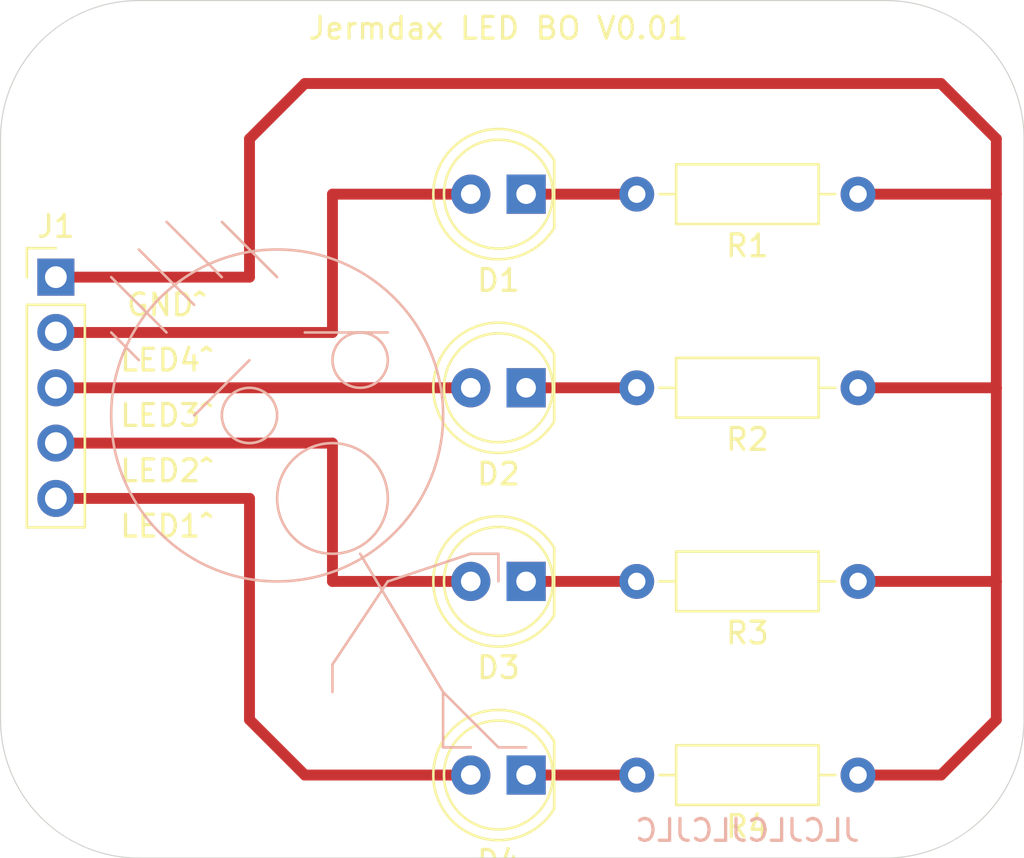
<source format=kicad_pcb>
(kicad_pcb (version 20171130) (host pcbnew "(5.1.6)-1")

  (general
    (thickness 1.6)
    (drawings 36)
    (tracks 29)
    (zones 0)
    (modules 9)
    (nets 10)
  )

  (page A4)
  (layers
    (0 F.Cu signal hide)
    (31 B.Cu signal hide)
    (32 B.Adhes user)
    (33 F.Adhes user)
    (34 B.Paste user)
    (35 F.Paste user)
    (36 B.SilkS user)
    (37 F.SilkS user hide)
    (38 B.Mask user)
    (39 F.Mask user)
    (40 Dwgs.User user)
    (41 Cmts.User user)
    (42 Eco1.User user)
    (43 Eco2.User user)
    (44 Edge.Cuts user)
    (45 Margin user)
    (46 B.CrtYd user)
    (47 F.CrtYd user hide)
    (48 B.Fab user)
    (49 F.Fab user hide)
  )

  (setup
    (last_trace_width 0.25)
    (user_trace_width 0.5)
    (trace_clearance 0.2)
    (zone_clearance 0.508)
    (zone_45_only no)
    (trace_min 0.2)
    (via_size 0.8)
    (via_drill 0.4)
    (via_min_size 0.4)
    (via_min_drill 0.3)
    (uvia_size 0.3)
    (uvia_drill 0.1)
    (uvias_allowed no)
    (uvia_min_size 0.2)
    (uvia_min_drill 0.1)
    (edge_width 0.05)
    (segment_width 0.2)
    (pcb_text_width 0.3)
    (pcb_text_size 1.5 1.5)
    (mod_edge_width 0.12)
    (mod_text_size 1 1)
    (mod_text_width 0.15)
    (pad_size 1.524 1.524)
    (pad_drill 0.762)
    (pad_to_mask_clearance 0.05)
    (aux_axis_origin 0 0)
    (visible_elements 7FFFFFFF)
    (pcbplotparams
      (layerselection 0x010fc_ffffffff)
      (usegerberextensions false)
      (usegerberattributes true)
      (usegerberadvancedattributes true)
      (creategerberjobfile true)
      (excludeedgelayer true)
      (linewidth 0.100000)
      (plotframeref false)
      (viasonmask false)
      (mode 1)
      (useauxorigin false)
      (hpglpennumber 1)
      (hpglpenspeed 20)
      (hpglpendiameter 15.000000)
      (psnegative false)
      (psa4output false)
      (plotreference true)
      (plotvalue true)
      (plotinvisibletext false)
      (padsonsilk false)
      (subtractmaskfromsilk false)
      (outputformat 1)
      (mirror false)
      (drillshape 0)
      (scaleselection 1)
      (outputdirectory "led_breakout_gerber/"))
  )

  (net 0 "")
  (net 1 "Net-(D1-Pad1)")
  (net 2 "Net-(D2-Pad1)")
  (net 3 "Net-(D3-Pad1)")
  (net 4 "Net-(D4-Pad1)")
  (net 5 "Net-(D1-Pad2)")
  (net 6 "Net-(D2-Pad2)")
  (net 7 "Net-(D3-Pad2)")
  (net 8 "Net-(D4-Pad2)")
  (net 9 "Net-(J1-Pad1)")

  (net_class Default "This is the default net class."
    (clearance 0.2)
    (trace_width 0.25)
    (via_dia 0.8)
    (via_drill 0.4)
    (uvia_dia 0.3)
    (uvia_drill 0.1)
    (add_net "Net-(D1-Pad1)")
    (add_net "Net-(D1-Pad2)")
    (add_net "Net-(D2-Pad1)")
    (add_net "Net-(D2-Pad2)")
    (add_net "Net-(D3-Pad1)")
    (add_net "Net-(D3-Pad2)")
    (add_net "Net-(D4-Pad1)")
    (add_net "Net-(D4-Pad2)")
    (add_net "Net-(J1-Pad1)")
  )

  (module Connector_PinHeader_2.54mm:PinHeader_1x05_P2.54mm_Vertical (layer F.Cu) (tedit 59FED5CC) (tstamp 5ECEDADA)
    (at 157.48 104.14)
    (descr "Through hole straight pin header, 1x05, 2.54mm pitch, single row")
    (tags "Through hole pin header THT 1x05 2.54mm single row")
    (path /5ECFCBB2)
    (fp_text reference J1 (at 0 -2.33) (layer F.SilkS)
      (effects (font (size 1 1) (thickness 0.15)))
    )
    (fp_text value Conn_01x05_Male (at 0 12.49) (layer F.Fab)
      (effects (font (size 1 1) (thickness 0.15)))
    )
    (fp_line (start 1.8 -1.8) (end -1.8 -1.8) (layer F.CrtYd) (width 0.05))
    (fp_line (start 1.8 11.95) (end 1.8 -1.8) (layer F.CrtYd) (width 0.05))
    (fp_line (start -1.8 11.95) (end 1.8 11.95) (layer F.CrtYd) (width 0.05))
    (fp_line (start -1.8 -1.8) (end -1.8 11.95) (layer F.CrtYd) (width 0.05))
    (fp_line (start -1.33 -1.33) (end 0 -1.33) (layer F.SilkS) (width 0.12))
    (fp_line (start -1.33 0) (end -1.33 -1.33) (layer F.SilkS) (width 0.12))
    (fp_line (start -1.33 1.27) (end 1.33 1.27) (layer F.SilkS) (width 0.12))
    (fp_line (start 1.33 1.27) (end 1.33 11.49) (layer F.SilkS) (width 0.12))
    (fp_line (start -1.33 1.27) (end -1.33 11.49) (layer F.SilkS) (width 0.12))
    (fp_line (start -1.33 11.49) (end 1.33 11.49) (layer F.SilkS) (width 0.12))
    (fp_line (start -1.27 -0.635) (end -0.635 -1.27) (layer F.Fab) (width 0.1))
    (fp_line (start -1.27 11.43) (end -1.27 -0.635) (layer F.Fab) (width 0.1))
    (fp_line (start 1.27 11.43) (end -1.27 11.43) (layer F.Fab) (width 0.1))
    (fp_line (start 1.27 -1.27) (end 1.27 11.43) (layer F.Fab) (width 0.1))
    (fp_line (start -0.635 -1.27) (end 1.27 -1.27) (layer F.Fab) (width 0.1))
    (fp_text user %R (at 0 5.08 90) (layer F.Fab)
      (effects (font (size 1 1) (thickness 0.15)))
    )
    (pad 5 thru_hole oval (at 0 10.16) (size 1.7 1.7) (drill 1) (layers *.Cu *.Mask)
      (net 8 "Net-(D4-Pad2)"))
    (pad 4 thru_hole oval (at 0 7.62) (size 1.7 1.7) (drill 1) (layers *.Cu *.Mask)
      (net 7 "Net-(D3-Pad2)"))
    (pad 3 thru_hole oval (at 0 5.08) (size 1.7 1.7) (drill 1) (layers *.Cu *.Mask)
      (net 6 "Net-(D2-Pad2)"))
    (pad 2 thru_hole oval (at 0 2.54) (size 1.7 1.7) (drill 1) (layers *.Cu *.Mask)
      (net 5 "Net-(D1-Pad2)"))
    (pad 1 thru_hole rect (at 0 0) (size 1.7 1.7) (drill 1) (layers *.Cu *.Mask)
      (net 9 "Net-(J1-Pad1)"))
    (model ${KISYS3DMOD}/Connector_PinHeader_2.54mm.3dshapes/PinHeader_1x05_P2.54mm_Vertical.wrl
      (at (xyz 0 0 0))
      (scale (xyz 1 1 1))
      (rotate (xyz 0 0 0))
    )
  )

  (module LED_THT:LED_D5.0mm_Clear (layer F.Cu) (tedit 5A6C9BC0) (tstamp 5ECEC998)
    (at 179.07 100.33 180)
    (descr "LED, diameter 5.0mm, 2 pins, http://cdn-reichelt.de/documents/datenblatt/A500/LL-504BC2E-009.pdf")
    (tags "LED diameter 5.0mm 2 pins")
    (path /5ECC288A)
    (fp_text reference D1 (at 1.27 -3.96) (layer F.SilkS)
      (effects (font (size 1 1) (thickness 0.15)))
    )
    (fp_text value LED (at 1.27 3.96) (layer F.Fab)
      (effects (font (size 1 1) (thickness 0.15)))
    )
    (fp_circle (center 1.27 0) (end 3.77 0) (layer F.SilkS) (width 0.12))
    (fp_circle (center 1.27 0) (end 3.77 0) (layer F.Fab) (width 0.1))
    (fp_line (start 4.5 -3.25) (end -1.95 -3.25) (layer F.CrtYd) (width 0.05))
    (fp_line (start 4.5 3.25) (end 4.5 -3.25) (layer F.CrtYd) (width 0.05))
    (fp_line (start -1.95 3.25) (end 4.5 3.25) (layer F.CrtYd) (width 0.05))
    (fp_line (start -1.95 -3.25) (end -1.95 3.25) (layer F.CrtYd) (width 0.05))
    (fp_line (start -1.29 -1.545) (end -1.29 1.545) (layer F.SilkS) (width 0.12))
    (fp_line (start -1.23 -1.469694) (end -1.23 1.469694) (layer F.Fab) (width 0.1))
    (fp_text user %R (at 1.25 0 90) (layer F.Fab)
      (effects (font (size 0.8 0.8) (thickness 0.2)))
    )
    (fp_arc (start 1.27 0) (end -1.23 -1.469694) (angle 299.1) (layer F.Fab) (width 0.1))
    (fp_arc (start 1.27 0) (end -1.29 -1.54483) (angle 148.9) (layer F.SilkS) (width 0.12))
    (fp_arc (start 1.27 0) (end -1.29 1.54483) (angle -148.9) (layer F.SilkS) (width 0.12))
    (pad 1 thru_hole rect (at 0 0 180) (size 1.8 1.8) (drill 0.9) (layers *.Cu *.Mask)
      (net 1 "Net-(D1-Pad1)"))
    (pad 2 thru_hole circle (at 2.54 0 180) (size 1.8 1.8) (drill 0.9) (layers *.Cu *.Mask)
      (net 5 "Net-(D1-Pad2)"))
    (model ${KISYS3DMOD}/LED_THT.3dshapes/LED_D5.0mm_Clear.wrl
      (at (xyz 0 0 0))
      (scale (xyz 1 1 1))
      (rotate (xyz 0 0 0))
    )
  )

  (module LED_THT:LED_D5.0mm_Clear (layer F.Cu) (tedit 5A6C9BC0) (tstamp 5ECEC9AA)
    (at 179.07 109.22 180)
    (descr "LED, diameter 5.0mm, 2 pins, http://cdn-reichelt.de/documents/datenblatt/A500/LL-504BC2E-009.pdf")
    (tags "LED diameter 5.0mm 2 pins")
    (path /5ECC44E2)
    (fp_text reference D2 (at 1.27 -3.96) (layer F.SilkS)
      (effects (font (size 1 1) (thickness 0.15)))
    )
    (fp_text value LED (at 1.27 3.96) (layer F.Fab)
      (effects (font (size 1 1) (thickness 0.15)))
    )
    (fp_line (start -1.23 -1.469694) (end -1.23 1.469694) (layer F.Fab) (width 0.1))
    (fp_line (start -1.29 -1.545) (end -1.29 1.545) (layer F.SilkS) (width 0.12))
    (fp_line (start -1.95 -3.25) (end -1.95 3.25) (layer F.CrtYd) (width 0.05))
    (fp_line (start -1.95 3.25) (end 4.5 3.25) (layer F.CrtYd) (width 0.05))
    (fp_line (start 4.5 3.25) (end 4.5 -3.25) (layer F.CrtYd) (width 0.05))
    (fp_line (start 4.5 -3.25) (end -1.95 -3.25) (layer F.CrtYd) (width 0.05))
    (fp_circle (center 1.27 0) (end 3.77 0) (layer F.Fab) (width 0.1))
    (fp_circle (center 1.27 0) (end 3.77 0) (layer F.SilkS) (width 0.12))
    (fp_arc (start 1.27 0) (end -1.29 1.54483) (angle -148.9) (layer F.SilkS) (width 0.12))
    (fp_arc (start 1.27 0) (end -1.29 -1.54483) (angle 148.9) (layer F.SilkS) (width 0.12))
    (fp_arc (start 1.27 0) (end -1.23 -1.469694) (angle 299.1) (layer F.Fab) (width 0.1))
    (fp_text user %R (at 1.25 0) (layer F.Fab)
      (effects (font (size 0.8 0.8) (thickness 0.2)))
    )
    (pad 2 thru_hole circle (at 2.54 0 180) (size 1.8 1.8) (drill 0.9) (layers *.Cu *.Mask)
      (net 6 "Net-(D2-Pad2)"))
    (pad 1 thru_hole rect (at 0 0 180) (size 1.8 1.8) (drill 0.9) (layers *.Cu *.Mask)
      (net 2 "Net-(D2-Pad1)"))
    (model ${KISYS3DMOD}/LED_THT.3dshapes/LED_D5.0mm_Clear.wrl
      (at (xyz 0 0 0))
      (scale (xyz 1 1 1))
      (rotate (xyz 0 0 0))
    )
  )

  (module LED_THT:LED_D5.0mm_Clear (layer F.Cu) (tedit 5A6C9BC0) (tstamp 5ECEC9BC)
    (at 179.07 118.11 180)
    (descr "LED, diameter 5.0mm, 2 pins, http://cdn-reichelt.de/documents/datenblatt/A500/LL-504BC2E-009.pdf")
    (tags "LED diameter 5.0mm 2 pins")
    (path /5ECC5422)
    (fp_text reference D3 (at 1.27 -3.96) (layer F.SilkS)
      (effects (font (size 1 1) (thickness 0.15)))
    )
    (fp_text value LED (at 1.27 3.96) (layer F.Fab)
      (effects (font (size 1 1) (thickness 0.15)))
    )
    (fp_circle (center 1.27 0) (end 3.77 0) (layer F.SilkS) (width 0.12))
    (fp_circle (center 1.27 0) (end 3.77 0) (layer F.Fab) (width 0.1))
    (fp_line (start 4.5 -3.25) (end -1.95 -3.25) (layer F.CrtYd) (width 0.05))
    (fp_line (start 4.5 3.25) (end 4.5 -3.25) (layer F.CrtYd) (width 0.05))
    (fp_line (start -1.95 3.25) (end 4.5 3.25) (layer F.CrtYd) (width 0.05))
    (fp_line (start -1.95 -3.25) (end -1.95 3.25) (layer F.CrtYd) (width 0.05))
    (fp_line (start -1.29 -1.545) (end -1.29 1.545) (layer F.SilkS) (width 0.12))
    (fp_line (start -1.23 -1.469694) (end -1.23 1.469694) (layer F.Fab) (width 0.1))
    (fp_text user %R (at 1.25 0) (layer F.Fab)
      (effects (font (size 0.8 0.8) (thickness 0.2)))
    )
    (fp_arc (start 1.27 0) (end -1.23 -1.469694) (angle 299.1) (layer F.Fab) (width 0.1))
    (fp_arc (start 1.27 0) (end -1.29 -1.54483) (angle 148.9) (layer F.SilkS) (width 0.12))
    (fp_arc (start 1.27 0) (end -1.29 1.54483) (angle -148.9) (layer F.SilkS) (width 0.12))
    (pad 1 thru_hole rect (at 0 0 180) (size 1.8 1.8) (drill 0.9) (layers *.Cu *.Mask)
      (net 3 "Net-(D3-Pad1)"))
    (pad 2 thru_hole circle (at 2.54 0 180) (size 1.8 1.8) (drill 0.9) (layers *.Cu *.Mask)
      (net 7 "Net-(D3-Pad2)"))
    (model ${KISYS3DMOD}/LED_THT.3dshapes/LED_D5.0mm_Clear.wrl
      (at (xyz 0 0 0))
      (scale (xyz 1 1 1))
      (rotate (xyz 0 0 0))
    )
  )

  (module LED_THT:LED_D5.0mm_Clear (layer F.Cu) (tedit 5A6C9BC0) (tstamp 5ECEC9CE)
    (at 179.07 127 180)
    (descr "LED, diameter 5.0mm, 2 pins, http://cdn-reichelt.de/documents/datenblatt/A500/LL-504BC2E-009.pdf")
    (tags "LED diameter 5.0mm 2 pins")
    (path /5ECC64E3)
    (fp_text reference D4 (at 1.27 -3.96) (layer F.SilkS)
      (effects (font (size 1 1) (thickness 0.15)))
    )
    (fp_text value LED (at 1.27 3.96) (layer F.Fab)
      (effects (font (size 1 1) (thickness 0.15)))
    )
    (fp_line (start -1.23 -1.469694) (end -1.23 1.469694) (layer F.Fab) (width 0.1))
    (fp_line (start -1.29 -1.545) (end -1.29 1.545) (layer F.SilkS) (width 0.12))
    (fp_line (start -1.95 -3.25) (end -1.95 3.25) (layer F.CrtYd) (width 0.05))
    (fp_line (start -1.95 3.25) (end 4.5 3.25) (layer F.CrtYd) (width 0.05))
    (fp_line (start 4.5 3.25) (end 4.5 -3.25) (layer F.CrtYd) (width 0.05))
    (fp_line (start 4.5 -3.25) (end -1.95 -3.25) (layer F.CrtYd) (width 0.05))
    (fp_circle (center 1.27 0) (end 3.77 0) (layer F.Fab) (width 0.1))
    (fp_circle (center 1.27 0) (end 3.77 0) (layer F.SilkS) (width 0.12))
    (fp_arc (start 1.27 0) (end -1.29 1.54483) (angle -148.9) (layer F.SilkS) (width 0.12))
    (fp_arc (start 1.27 0) (end -1.29 -1.54483) (angle 148.9) (layer F.SilkS) (width 0.12))
    (fp_arc (start 1.27 0) (end -1.23 -1.469694) (angle 299.1) (layer F.Fab) (width 0.1))
    (fp_text user %R (at 1.25 0) (layer F.Fab)
      (effects (font (size 0.8 0.8) (thickness 0.2)))
    )
    (pad 2 thru_hole circle (at 2.54 0 180) (size 1.8 1.8) (drill 0.9) (layers *.Cu *.Mask)
      (net 8 "Net-(D4-Pad2)"))
    (pad 1 thru_hole rect (at 0 0 180) (size 1.8 1.8) (drill 0.9) (layers *.Cu *.Mask)
      (net 4 "Net-(D4-Pad1)"))
    (model ${KISYS3DMOD}/LED_THT.3dshapes/LED_D5.0mm_Clear.wrl
      (at (xyz 0 0 0))
      (scale (xyz 1 1 1))
      (rotate (xyz 0 0 0))
    )
  )

  (module Resistor_THT:R_Axial_DIN0207_L6.3mm_D2.5mm_P10.16mm_Horizontal (layer F.Cu) (tedit 5AE5139B) (tstamp 5ECEC9E5)
    (at 194.31 100.33 180)
    (descr "Resistor, Axial_DIN0207 series, Axial, Horizontal, pin pitch=10.16mm, 0.25W = 1/4W, length*diameter=6.3*2.5mm^2, http://cdn-reichelt.de/documents/datenblatt/B400/1_4W%23YAG.pdf")
    (tags "Resistor Axial_DIN0207 series Axial Horizontal pin pitch 10.16mm 0.25W = 1/4W length 6.3mm diameter 2.5mm")
    (path /5ECCB7F5)
    (fp_text reference R1 (at 5.08 -2.37) (layer F.SilkS)
      (effects (font (size 1 1) (thickness 0.15)))
    )
    (fp_text value 330 (at 5.08 2.37) (layer F.Fab)
      (effects (font (size 1 1) (thickness 0.15)))
    )
    (fp_line (start 1.93 -1.25) (end 1.93 1.25) (layer F.Fab) (width 0.1))
    (fp_line (start 1.93 1.25) (end 8.23 1.25) (layer F.Fab) (width 0.1))
    (fp_line (start 8.23 1.25) (end 8.23 -1.25) (layer F.Fab) (width 0.1))
    (fp_line (start 8.23 -1.25) (end 1.93 -1.25) (layer F.Fab) (width 0.1))
    (fp_line (start 0 0) (end 1.93 0) (layer F.Fab) (width 0.1))
    (fp_line (start 10.16 0) (end 8.23 0) (layer F.Fab) (width 0.1))
    (fp_line (start 1.81 -1.37) (end 1.81 1.37) (layer F.SilkS) (width 0.12))
    (fp_line (start 1.81 1.37) (end 8.35 1.37) (layer F.SilkS) (width 0.12))
    (fp_line (start 8.35 1.37) (end 8.35 -1.37) (layer F.SilkS) (width 0.12))
    (fp_line (start 8.35 -1.37) (end 1.81 -1.37) (layer F.SilkS) (width 0.12))
    (fp_line (start 1.04 0) (end 1.81 0) (layer F.SilkS) (width 0.12))
    (fp_line (start 9.12 0) (end 8.35 0) (layer F.SilkS) (width 0.12))
    (fp_line (start -1.05 -1.5) (end -1.05 1.5) (layer F.CrtYd) (width 0.05))
    (fp_line (start -1.05 1.5) (end 11.21 1.5) (layer F.CrtYd) (width 0.05))
    (fp_line (start 11.21 1.5) (end 11.21 -1.5) (layer F.CrtYd) (width 0.05))
    (fp_line (start 11.21 -1.5) (end -1.05 -1.5) (layer F.CrtYd) (width 0.05))
    (fp_text user %R (at 5.08 0) (layer F.Fab)
      (effects (font (size 1 1) (thickness 0.15)))
    )
    (pad 2 thru_hole oval (at 10.16 0 180) (size 1.6 1.6) (drill 0.8) (layers *.Cu *.Mask)
      (net 1 "Net-(D1-Pad1)"))
    (pad 1 thru_hole circle (at 0 0 180) (size 1.6 1.6) (drill 0.8) (layers *.Cu *.Mask)
      (net 9 "Net-(J1-Pad1)"))
    (model ${KISYS3DMOD}/Resistor_THT.3dshapes/R_Axial_DIN0207_L6.3mm_D2.5mm_P10.16mm_Horizontal.wrl
      (at (xyz 0 0 0))
      (scale (xyz 1 1 1))
      (rotate (xyz 0 0 0))
    )
  )

  (module Resistor_THT:R_Axial_DIN0207_L6.3mm_D2.5mm_P10.16mm_Horizontal (layer F.Cu) (tedit 5AE5139B) (tstamp 5ECEC9FC)
    (at 194.31 109.22 180)
    (descr "Resistor, Axial_DIN0207 series, Axial, Horizontal, pin pitch=10.16mm, 0.25W = 1/4W, length*diameter=6.3*2.5mm^2, http://cdn-reichelt.de/documents/datenblatt/B400/1_4W%23YAG.pdf")
    (tags "Resistor Axial_DIN0207 series Axial Horizontal pin pitch 10.16mm 0.25W = 1/4W length 6.3mm diameter 2.5mm")
    (path /5ECCCDD0)
    (fp_text reference R2 (at 5.08 -2.37) (layer F.SilkS)
      (effects (font (size 1 1) (thickness 0.15)))
    )
    (fp_text value 330 (at 5.08 2.37) (layer F.Fab)
      (effects (font (size 1 1) (thickness 0.15)))
    )
    (fp_line (start 11.21 -1.5) (end -1.05 -1.5) (layer F.CrtYd) (width 0.05))
    (fp_line (start 11.21 1.5) (end 11.21 -1.5) (layer F.CrtYd) (width 0.05))
    (fp_line (start -1.05 1.5) (end 11.21 1.5) (layer F.CrtYd) (width 0.05))
    (fp_line (start -1.05 -1.5) (end -1.05 1.5) (layer F.CrtYd) (width 0.05))
    (fp_line (start 9.12 0) (end 8.35 0) (layer F.SilkS) (width 0.12))
    (fp_line (start 1.04 0) (end 1.81 0) (layer F.SilkS) (width 0.12))
    (fp_line (start 8.35 -1.37) (end 1.81 -1.37) (layer F.SilkS) (width 0.12))
    (fp_line (start 8.35 1.37) (end 8.35 -1.37) (layer F.SilkS) (width 0.12))
    (fp_line (start 1.81 1.37) (end 8.35 1.37) (layer F.SilkS) (width 0.12))
    (fp_line (start 1.81 -1.37) (end 1.81 1.37) (layer F.SilkS) (width 0.12))
    (fp_line (start 10.16 0) (end 8.23 0) (layer F.Fab) (width 0.1))
    (fp_line (start 0 0) (end 1.93 0) (layer F.Fab) (width 0.1))
    (fp_line (start 8.23 -1.25) (end 1.93 -1.25) (layer F.Fab) (width 0.1))
    (fp_line (start 8.23 1.25) (end 8.23 -1.25) (layer F.Fab) (width 0.1))
    (fp_line (start 1.93 1.25) (end 8.23 1.25) (layer F.Fab) (width 0.1))
    (fp_line (start 1.93 -1.25) (end 1.93 1.25) (layer F.Fab) (width 0.1))
    (fp_text user %R (at 5.08 0) (layer F.Fab)
      (effects (font (size 1 1) (thickness 0.15)))
    )
    (pad 1 thru_hole circle (at 0 0 180) (size 1.6 1.6) (drill 0.8) (layers *.Cu *.Mask)
      (net 9 "Net-(J1-Pad1)"))
    (pad 2 thru_hole oval (at 10.16 0 180) (size 1.6 1.6) (drill 0.8) (layers *.Cu *.Mask)
      (net 2 "Net-(D2-Pad1)"))
    (model ${KISYS3DMOD}/Resistor_THT.3dshapes/R_Axial_DIN0207_L6.3mm_D2.5mm_P10.16mm_Horizontal.wrl
      (at (xyz 0 0 0))
      (scale (xyz 1 1 1))
      (rotate (xyz 0 0 0))
    )
  )

  (module Resistor_THT:R_Axial_DIN0207_L6.3mm_D2.5mm_P10.16mm_Horizontal (layer F.Cu) (tedit 5AE5139B) (tstamp 5ECECA13)
    (at 194.31 118.11 180)
    (descr "Resistor, Axial_DIN0207 series, Axial, Horizontal, pin pitch=10.16mm, 0.25W = 1/4W, length*diameter=6.3*2.5mm^2, http://cdn-reichelt.de/documents/datenblatt/B400/1_4W%23YAG.pdf")
    (tags "Resistor Axial_DIN0207 series Axial Horizontal pin pitch 10.16mm 0.25W = 1/4W length 6.3mm diameter 2.5mm")
    (path /5ECCD655)
    (fp_text reference R3 (at 5.08 -2.37) (layer F.SilkS)
      (effects (font (size 1 1) (thickness 0.15)))
    )
    (fp_text value 330 (at 5.08 2.37) (layer F.Fab)
      (effects (font (size 1 1) (thickness 0.15)))
    )
    (fp_line (start 1.93 -1.25) (end 1.93 1.25) (layer F.Fab) (width 0.1))
    (fp_line (start 1.93 1.25) (end 8.23 1.25) (layer F.Fab) (width 0.1))
    (fp_line (start 8.23 1.25) (end 8.23 -1.25) (layer F.Fab) (width 0.1))
    (fp_line (start 8.23 -1.25) (end 1.93 -1.25) (layer F.Fab) (width 0.1))
    (fp_line (start 0 0) (end 1.93 0) (layer F.Fab) (width 0.1))
    (fp_line (start 10.16 0) (end 8.23 0) (layer F.Fab) (width 0.1))
    (fp_line (start 1.81 -1.37) (end 1.81 1.37) (layer F.SilkS) (width 0.12))
    (fp_line (start 1.81 1.37) (end 8.35 1.37) (layer F.SilkS) (width 0.12))
    (fp_line (start 8.35 1.37) (end 8.35 -1.37) (layer F.SilkS) (width 0.12))
    (fp_line (start 8.35 -1.37) (end 1.81 -1.37) (layer F.SilkS) (width 0.12))
    (fp_line (start 1.04 0) (end 1.81 0) (layer F.SilkS) (width 0.12))
    (fp_line (start 9.12 0) (end 8.35 0) (layer F.SilkS) (width 0.12))
    (fp_line (start -1.05 -1.5) (end -1.05 1.5) (layer F.CrtYd) (width 0.05))
    (fp_line (start -1.05 1.5) (end 11.21 1.5) (layer F.CrtYd) (width 0.05))
    (fp_line (start 11.21 1.5) (end 11.21 -1.5) (layer F.CrtYd) (width 0.05))
    (fp_line (start 11.21 -1.5) (end -1.05 -1.5) (layer F.CrtYd) (width 0.05))
    (fp_text user %R (at 5.08 0) (layer F.Fab)
      (effects (font (size 1 1) (thickness 0.15)))
    )
    (pad 2 thru_hole oval (at 10.16 0 180) (size 1.6 1.6) (drill 0.8) (layers *.Cu *.Mask)
      (net 3 "Net-(D3-Pad1)"))
    (pad 1 thru_hole circle (at 0 0 180) (size 1.6 1.6) (drill 0.8) (layers *.Cu *.Mask)
      (net 9 "Net-(J1-Pad1)"))
    (model ${KISYS3DMOD}/Resistor_THT.3dshapes/R_Axial_DIN0207_L6.3mm_D2.5mm_P10.16mm_Horizontal.wrl
      (at (xyz 0 0 0))
      (scale (xyz 1 1 1))
      (rotate (xyz 0 0 0))
    )
  )

  (module Resistor_THT:R_Axial_DIN0207_L6.3mm_D2.5mm_P10.16mm_Horizontal (layer F.Cu) (tedit 5AE5139B) (tstamp 5ECECA2A)
    (at 194.31 127 180)
    (descr "Resistor, Axial_DIN0207 series, Axial, Horizontal, pin pitch=10.16mm, 0.25W = 1/4W, length*diameter=6.3*2.5mm^2, http://cdn-reichelt.de/documents/datenblatt/B400/1_4W%23YAG.pdf")
    (tags "Resistor Axial_DIN0207 series Axial Horizontal pin pitch 10.16mm 0.25W = 1/4W length 6.3mm diameter 2.5mm")
    (path /5ECCD786)
    (fp_text reference R4 (at 5.08 -2.37) (layer F.SilkS)
      (effects (font (size 1 1) (thickness 0.15)))
    )
    (fp_text value 330 (at 5.08 2.37) (layer F.Fab)
      (effects (font (size 1 1) (thickness 0.15)))
    )
    (fp_line (start 11.21 -1.5) (end -1.05 -1.5) (layer F.CrtYd) (width 0.05))
    (fp_line (start 11.21 1.5) (end 11.21 -1.5) (layer F.CrtYd) (width 0.05))
    (fp_line (start -1.05 1.5) (end 11.21 1.5) (layer F.CrtYd) (width 0.05))
    (fp_line (start -1.05 -1.5) (end -1.05 1.5) (layer F.CrtYd) (width 0.05))
    (fp_line (start 9.12 0) (end 8.35 0) (layer F.SilkS) (width 0.12))
    (fp_line (start 1.04 0) (end 1.81 0) (layer F.SilkS) (width 0.12))
    (fp_line (start 8.35 -1.37) (end 1.81 -1.37) (layer F.SilkS) (width 0.12))
    (fp_line (start 8.35 1.37) (end 8.35 -1.37) (layer F.SilkS) (width 0.12))
    (fp_line (start 1.81 1.37) (end 8.35 1.37) (layer F.SilkS) (width 0.12))
    (fp_line (start 1.81 -1.37) (end 1.81 1.37) (layer F.SilkS) (width 0.12))
    (fp_line (start 10.16 0) (end 8.23 0) (layer F.Fab) (width 0.1))
    (fp_line (start 0 0) (end 1.93 0) (layer F.Fab) (width 0.1))
    (fp_line (start 8.23 -1.25) (end 1.93 -1.25) (layer F.Fab) (width 0.1))
    (fp_line (start 8.23 1.25) (end 8.23 -1.25) (layer F.Fab) (width 0.1))
    (fp_line (start 1.93 1.25) (end 8.23 1.25) (layer F.Fab) (width 0.1))
    (fp_line (start 1.93 -1.25) (end 1.93 1.25) (layer F.Fab) (width 0.1))
    (fp_text user %R (at 5.08 0) (layer F.Fab)
      (effects (font (size 1 1) (thickness 0.15)))
    )
    (pad 1 thru_hole circle (at 0 0 180) (size 1.6 1.6) (drill 0.8) (layers *.Cu *.Mask)
      (net 9 "Net-(J1-Pad1)"))
    (pad 2 thru_hole oval (at 10.16 0 180) (size 1.6 1.6) (drill 0.8) (layers *.Cu *.Mask)
      (net 4 "Net-(D4-Pad1)"))
    (model ${KISYS3DMOD}/Resistor_THT.3dshapes/R_Axial_DIN0207_L6.3mm_D2.5mm_P10.16mm_Horizontal.wrl
      (at (xyz 0 0 0))
      (scale (xyz 1 1 1))
      (rotate (xyz 0 0 0))
    )
  )

  (gr_circle (center 171.45 107.95) (end 172.72 107.95) (layer B.SilkS) (width 0.12))
  (gr_line (start 161.29 107.95) (end 160.02 106.68) (layer B.SilkS) (width 0.12))
  (gr_line (start 167.64 104.14) (end 165.1 101.6) (layer B.SilkS) (width 0.12))
  (gr_line (start 165.1 104.14) (end 162.56 101.6) (layer B.SilkS) (width 0.12))
  (gr_line (start 163.83 105.41) (end 161.29 102.87) (layer B.SilkS) (width 0.12))
  (gr_line (start 162.56 106.68) (end 160.02 104.14) (layer B.SilkS) (width 0.12))
  (gr_line (start 163.83 110.49) (end 166.37 107.95) (layer B.SilkS) (width 0.12))
  (gr_line (start 172.72 106.68) (end 168.91 106.68) (layer B.SilkS) (width 0.12))
  (gr_line (start 170.18 121.92) (end 170.18 123.19) (layer B.SilkS) (width 0.12))
  (gr_line (start 172.72 118.11) (end 170.18 121.92) (layer B.SilkS) (width 0.12))
  (gr_line (start 177.8 116.84) (end 177.8 118.11) (layer B.SilkS) (width 0.12))
  (gr_line (start 176.53 116.84) (end 177.8 116.84) (layer B.SilkS) (width 0.12))
  (gr_line (start 172.72 118.11) (end 176.53 116.84) (layer B.SilkS) (width 0.12))
  (gr_line (start 177.8 125.73) (end 179.07 125.73) (layer B.SilkS) (width 0.12))
  (gr_line (start 175.26 123.19) (end 177.8 125.73) (layer B.SilkS) (width 0.12))
  (gr_line (start 175.26 125.73) (end 176.53 125.73) (layer B.SilkS) (width 0.12))
  (gr_line (start 175.26 123.19) (end 175.26 125.73) (layer B.SilkS) (width 0.12))
  (gr_line (start 171.45 116.84) (end 175.26 123.19) (layer B.SilkS) (width 0.12))
  (gr_circle (center 170.18 114.3) (end 167.64 114.3) (layer B.SilkS) (width 0.12))
  (gr_circle (center 166.37 110.49) (end 166.37 109.22) (layer B.SilkS) (width 0.12))
  (gr_circle (center 167.64 110.49) (end 167.64 102.87) (layer B.SilkS) (width 0.12))
  (gr_text JLCJLCJLCJLC (at 189.23 129.54) (layer B.SilkS)
    (effects (font (size 1 1) (thickness 0.15)) (justify mirror))
  )
  (gr_line (start 161.29 91.44) (end 195.58 91.44) (layer Edge.Cuts) (width 0.05) (tstamp 5ECEE145))
  (gr_line (start 154.94 124.46) (end 154.94 97.79) (layer Edge.Cuts) (width 0.05) (tstamp 5ECEE144))
  (gr_line (start 195.58 130.81) (end 161.29 130.81) (layer Edge.Cuts) (width 0.05) (tstamp 5ECEE143))
  (gr_line (start 201.93 97.79) (end 201.93 124.46) (layer Edge.Cuts) (width 0.05) (tstamp 5ECEE142))
  (gr_arc (start 195.58 97.79) (end 201.93 97.79) (angle -90) (layer Edge.Cuts) (width 0.05))
  (gr_arc (start 195.58 124.46) (end 195.58 130.81) (angle -90) (layer Edge.Cuts) (width 0.05))
  (gr_arc (start 161.29 124.46) (end 154.94 124.46) (angle -90) (layer Edge.Cuts) (width 0.05))
  (gr_arc (start 161.29 97.79) (end 161.29 91.44) (angle -90) (layer Edge.Cuts) (width 0.05))
  (gr_text "Jermdax LED BO V0.01" (at 177.8 92.71) (layer F.SilkS)
    (effects (font (size 1 1) (thickness 0.15)))
  )
  (gr_text LED4^ (at 162.56 107.95) (layer F.SilkS)
    (effects (font (size 1 1) (thickness 0.15)))
  )
  (gr_text LED3^ (at 162.56 110.49) (layer F.SilkS)
    (effects (font (size 1 1) (thickness 0.15)))
  )
  (gr_text LED2^ (at 162.56 113.03) (layer F.SilkS)
    (effects (font (size 1 1) (thickness 0.15)))
  )
  (gr_text LED1^ (at 162.56 115.57) (layer F.SilkS)
    (effects (font (size 1 1) (thickness 0.15)))
  )
  (gr_text GND^ (at 162.56 105.41) (layer F.SilkS)
    (effects (font (size 1 1) (thickness 0.15)))
  )

  (segment (start 184.15 100.33) (end 179.07 100.33) (width 0.5) (layer F.Cu) (net 1))
  (segment (start 179.07 109.22) (end 184.15 109.22) (width 0.5) (layer F.Cu) (net 2))
  (segment (start 184.15 118.11) (end 179.07 118.11) (width 0.5) (layer F.Cu) (net 3))
  (segment (start 179.07 127) (end 184.15 127) (width 0.5) (layer F.Cu) (net 4))
  (segment (start 157.48 106.68) (end 170.18 106.68) (width 0.5) (layer F.Cu) (net 5))
  (segment (start 170.18 106.68) (end 170.18 100.33) (width 0.5) (layer F.Cu) (net 5))
  (segment (start 170.18 100.33) (end 176.53 100.33) (width 0.5) (layer F.Cu) (net 5))
  (segment (start 176.53 109.22) (end 157.48 109.22) (width 0.5) (layer F.Cu) (net 6))
  (segment (start 176.53 118.11) (end 170.18 118.11) (width 0.5) (layer F.Cu) (net 7))
  (segment (start 170.18 118.11) (end 170.18 111.76) (width 0.5) (layer F.Cu) (net 7))
  (segment (start 170.18 111.76) (end 157.48 111.76) (width 0.5) (layer F.Cu) (net 7))
  (segment (start 168.91 127) (end 166.37 124.46) (width 0.5) (layer F.Cu) (net 8))
  (segment (start 166.37 114.3) (end 157.48 114.3) (width 0.5) (layer F.Cu) (net 8))
  (segment (start 176.53 127) (end 168.91 127) (width 0.5) (layer F.Cu) (net 8))
  (segment (start 166.37 124.46) (end 166.37 114.3) (width 0.5) (layer F.Cu) (net 8))
  (segment (start 157.48 104.14) (end 166.37 104.14) (width 0.5) (layer F.Cu) (net 9))
  (segment (start 194.31 100.33) (end 200.66 100.33) (width 0.5) (layer F.Cu) (net 9))
  (segment (start 194.31 109.22) (end 200.66 109.22) (width 0.5) (layer F.Cu) (net 9))
  (segment (start 200.66 100.33) (end 200.66 109.22) (width 0.5) (layer F.Cu) (net 9))
  (segment (start 194.31 118.11) (end 200.66 118.11) (width 0.5) (layer F.Cu) (net 9))
  (segment (start 200.66 109.22) (end 200.66 118.11) (width 0.5) (layer F.Cu) (net 9))
  (segment (start 198.12 95.25) (end 200.66 97.79) (width 0.5) (layer F.Cu) (net 9))
  (segment (start 200.66 100.33) (end 200.66 97.79) (width 0.5) (layer F.Cu) (net 9))
  (segment (start 198.12 127) (end 200.66 124.46) (width 0.5) (layer F.Cu) (net 9))
  (segment (start 200.66 118.11) (end 200.66 124.46) (width 0.5) (layer F.Cu) (net 9))
  (segment (start 194.31 127) (end 198.12 127) (width 0.5) (layer F.Cu) (net 9))
  (segment (start 166.37 97.79) (end 168.91 95.25) (width 0.5) (layer F.Cu) (net 9))
  (segment (start 168.91 95.25) (end 198.12 95.25) (width 0.5) (layer F.Cu) (net 9))
  (segment (start 166.37 104.14) (end 166.37 97.79) (width 0.5) (layer F.Cu) (net 9))

)

</source>
